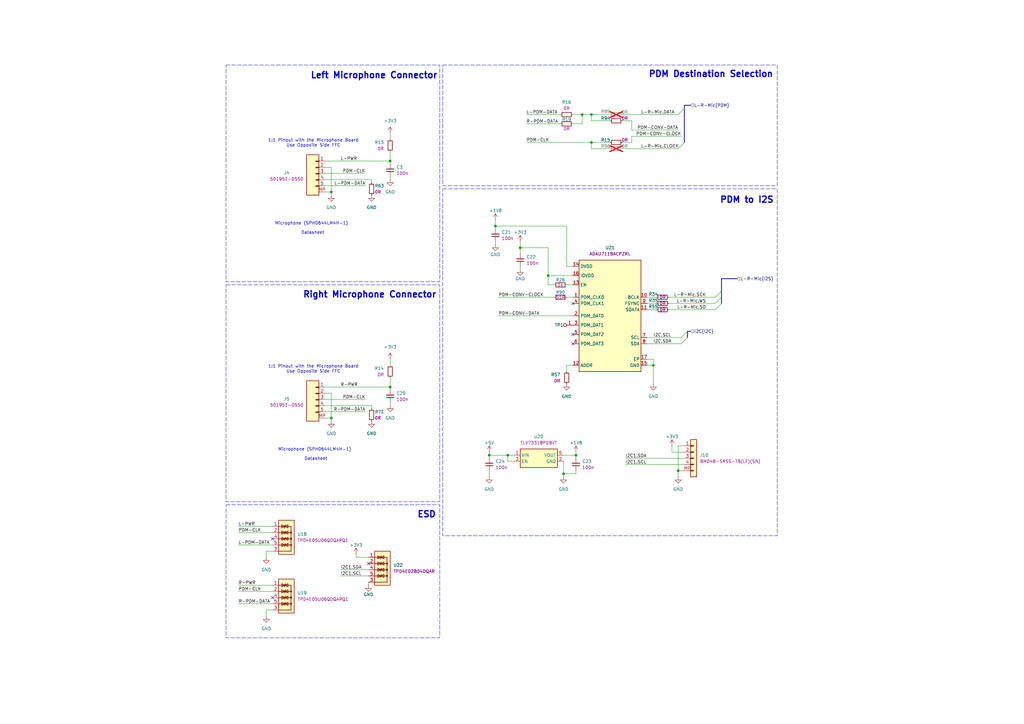
<source format=kicad_sch>
(kicad_sch (version 20231120) (generator "eeschema") (generator_version "8.0")
  (paper "A3")
  (title_block (title "Audio controller board") (date "2025-01-30") (rev "1.3.0"))
  (lib_symbols
    (symbol "antmicroCapacitors0402:C_100n_0402" (pin_numbers hide) (pin_names hide)
      (property "Reference" "C" (at 20.32 -5.08 0))
      (property "Val" "100n" (at 20.32 -7.62 0))
      (symbol "C_100n_0402_1_1"
        (pin passive line (at 0 0 0) (length 2.032) (name "~") (number "1"))
        (pin passive line (at 5.08 0 180) (length 2.032) (name "~") (number "2"))
      )
    )
    (symbol "antmicroCapacitors0402:C_100n_16V_X7R_0402" (pin_numbers hide) (pin_names hide)
      (property "Reference" "C" (at 15.24 -5.08 0))
      (property "Val" "100n" (at 15.24 -7.62 0))
      (symbol "C_100n_16V_X7R_0402_1_1"
        (pin passive line (at 0 0 0) (length 2.032) (name "~") (number "1"))
        (pin passive line (at 5.08 0 180) (length 2.032) (name "~") (number "2"))
      )
    )
    (symbol "antmicroFCCConnectors:Conn_FFC_Molex_5019510550"
      (property "Reference" "J" (at 22.86 -2.54 0))
      (property "MPN" "501951-0550" (at 22.86 -5.08 0))
      (symbol "Conn_FFC_Molex_5019510550_1_1"
        (pin passive line (at 0 0 0) (length 2.54) (name "~") (number "1"))
        (pin passive line (at 0 -2.54 0) (length 2.54) (name "~") (number "2"))
        (pin passive line (at 0 -5.08 0) (length 2.54) (name "~") (number "3"))
        (pin passive line (at 0 -7.62 0) (length 2.54) (name "~") (number "4"))
        (pin passive line (at 0 -10.16 0) (length 2.54) (name "~") (number "5"))
        (pin passive line (at 0 -12.7 0) (length 2.54) (name "~") (number "MP"))
      )
    )
    (symbol "antmicroInterfaceControllers:ADAU7118ACPZRL"
      (property "Reference" "U" (at 45.72 -2.54 0))
      (property "MPN" "ADAU7118ACPZRL" (at 45.72 -5.08 0))
      (symbol "ADAU7118ACPZRL_1_1"
        (pin output line (at 0 -12.7 0) (length 2.54) (name "PDM_CLK0") (number "1"))
        (pin input line (at 30.48 -12.7 180) (length 2.54) (name "BCLK") (number "10"))
        (pin output line (at 30.48 -17.78 180) (length 2.54) (name "SDATA") (number "11"))
        (pin passive line (at 0 -40.64 0) (length 2.54) (name "ADDR") (number "12"))
        (pin passive line (at 0 -7.62 0) (length 2.54) (name "EN") (number "13"))
        (pin power_in line (at 0 0 0) (length 2.54) (name "DVDD") (number "14"))
        (pin power_in line (at 30.48 -40.64 180) (length 2.54) (name "GND") (number "15"))
        (pin power_in line (at 0 -3.81 0) (length 2.54) (name "IOVDD") (number "16"))
        (pin power_in line (at 30.48 -38.1 180) (length 2.54) (name "EP") (number "17"))
        (pin input line (at 0 -20.32 0) (length 2.54) (name "PDM_DAT0") (number "2"))
        (pin input line (at 0 -24.13 0) (length 2.54) (name "PDM_DAT1") (number "3"))
        (pin output line (at 0 -15.24 0) (length 2.54) (name "PDM_CLK1") (number "4"))
        (pin input line (at 0 -27.94 0) (length 2.54) (name "PDM_DAT2") (number "5"))
        (pin input line (at 0 -31.75 0) (length 2.54) (name "PDM_DAT3") (number "6"))
        (pin output line (at 30.48 -29.21 180) (length 2.54) (name "SCL") (number "7"))
        (pin bidirectional line (at 30.48 -31.75 180) (length 2.54) (name "SDA") (number "8"))
        (pin input line (at 30.48 -15.24 180) (length 2.54) (name "FSYNC") (number "9"))
      )
    )
    (symbol "antmicroPMICVoltageRegulatorsLinear:TLV73318PDBVT"
      (property "Reference" "U" (at 34.29 -2.54 0))
      (property "MPN" "TLV73318PDBVT" (at 34.29 -5.08 0))
      (symbol "TLV73318PDBVT_1_1"
        (pin power_in line (at 0 0 0) (length 2.54) (name "VIN") (number "1"))
        (pin power_in line (at 20.32 -2.54 180) (length 2.54) (name "GND") (number "2"))
        (pin input line (at 0 -2.54 0) (length 2.54) (name "EN") (number "3"))
        (pin no_connect line (at 17.78 -3.81 180) (length 2.54) hide (name "NC") (number "4"))
        (pin power_out line (at 20.32 0 180) (length 2.54) (name "VOUT") (number "5"))
      )
    )
    (symbol "antmicroResistors0402:R_0R_0402" (pin_numbers hide) (pin_names hide)
      (property "Reference" "R" (at 20.32 -5.08 0))
      (property "Val" "0R" (at 20.32 -7.62 0))
      (symbol "R_0R_0402_1_1"
        (pin passive line (at 0 0 0) (length 0.635) (name "~") (number "1"))
        (pin passive line (at 5.08 0 180) (length 0.635) (name "~") (number "2"))
      )
    )
    (symbol "antmicroResistors0402:R_1k_0402" (pin_numbers hide) (pin_names hide)
      (property "Reference" "R" (at 20.32 -5.08 0))
      (property "Val" "1k" (at 20.32 -7.62 0))
      (symbol "R_1k_0402_1_1"
        (pin passive line (at 0 0 0) (length 0.635) (name "~") (number "1"))
        (pin passive line (at 5.08 0 180) (length 0.635) (name "~") (number "2"))
      )
    )
    (symbol "antmicroResistors0402:R_51R_0402" (pin_numbers hide) (pin_names hide)
      (property "Reference" "R" (at 20.32 -5.08 0))
      (property "Val" "51R" (at 20.32 -7.62 0))
      (symbol "R_51R_0402_1_1"
        (pin passive line (at 0 0 0) (length 0.635) (name "~") (number "1"))
        (pin passive line (at 5.08 0 180) (length 0.635) (name "~") (number "2"))
      )
    )
    (symbol "antmicroTVSDiodes:TPD4E02B04DQA"
      (property "Reference" "U" (at 12.7 0 0))
      (property "MPN" "TPD4E02B04DQAR" (at 12.7 -2.54 0))
      (symbol "TPD4E02B04DQA_1_1"
        (pin passive line (at 0 0 0) (length 2.54) (name "~") (number "1"))
        (pin passive line (at 0 0 0) (length 2.54) hide (name "~") (number "10"))
        (pin passive line (at 0 -2.54 0) (length 2.54) (name "~") (number "2"))
        (pin power_in line (at 0 -10.16 0) (length 2.54) (name "~") (number "3"))
        (pin passive line (at 0 -5.08 0) (length 2.54) (name "~") (number "4"))
        (pin passive line (at 0 -7.62 0) (length 2.54) (name "~") (number "5"))
        (pin passive line (at 0 -7.62 0) (length 2.54) hide (name "~") (number "6"))
        (pin passive line (at 0 -5.08 0) (length 2.54) hide (name "~") (number "7"))
        (pin passive line (at 0 -10.16 0) (length 2.54) hide (name "~") (number "8"))
        (pin passive line (at 0 -2.54 0) (length 2.54) hide (name "~") (number "9"))
      )
    )
    (symbol "antmicroTVSDiodes:TPD4E05U06QDQARQ1"
      (property "Reference" "U" (at 24.13 0 0))
      (property "MPN" "TPD4E05U06QDQARQ1" (at 24.13 -2.54 0))
      (symbol "TPD4E05U06QDQARQ1_1_1"
        (pin passive line (at 0 0 0) (length 2.54) (name "~") (number "1"))
        (pin passive line (at 0 0 0) (length 2.54) hide (name "~") (number "10"))
        (pin passive line (at 0 -2.54 0) (length 2.54) (name "~") (number "2"))
        (pin power_in line (at 0 -10.16 0) (length 2.54) (name "~") (number "3"))
        (pin passive line (at 0 -5.08 0) (length 2.54) (name "~") (number "4"))
        (pin passive line (at 0 -7.62 0) (length 2.54) (name "~") (number "5"))
        (pin passive line (at 0 -7.62 0) (length 2.54) hide (name "~") (number "6"))
        (pin passive line (at 0 -5.08 0) (length 2.54) hide (name "~") (number "7"))
        (pin passive line (at 0 -10.16 0) (length 2.54) hide (name "~") (number "8"))
        (pin passive line (at 0 -2.54 0) (length 2.54) hide (name "~") (number "9"))
      )
    )
    (symbol "antmicroTestPoints:TP_0.75mm_SMD" (pin_names hide) (in_bom no)
      (property "Reference" "TP" (at 10.16 -1.27 0))
      (symbol "TP_0.75mm_SMD_1_1"
        (pin passive line (at 0 0 0) (length 2.54) (name "1") (number "1"))
      )
    )
    (symbol "antmicroWire2BoardConnectors:JST_SH_1x4_BM04B-SRSS-TB-LF-SN"
      (property "Reference" "J" (at 20.32 -5.08 0))
      (property "MPN" "BM04B-SRSS-TB(LF)(SN) " (at 20.32 -15.24 0))
      (symbol "JST_SH_1x4_BM04B-SRSS-TB-LF-SN_1_1"
        (pin passive line (at 0 0 0) (length 2.54) (name "~") (number "1"))
        (pin passive line (at 0 -2.54 0) (length 2.54) (name "~") (number "2"))
        (pin passive line (at 0 -5.08 0) (length 2.54) (name "~") (number "3"))
        (pin passive line (at 0 -7.62 0) (length 2.54) (name "~") (number "4"))
        (pin passive line (at 0 -10.16 0) (length 2.54) (name "~") (number "MP"))
      )
    )
    (symbol "antmicropower:+1V8" (power) (pin_numbers hide) (pin_names hide)
      (property "Value" "+1V8" (at -3.175 2.54 0))
      (symbol "+1V8_1_1"
        (pin power_in line (at 0 0 90) (length 0) hide (name "+1V8") (number "1"))
      )
    )
    (symbol "antmicropower:+3V3" (power) (pin_numbers hide) (pin_names hide)
      (property "Value" "+3V3" (at -3.175 2.54 0))
      (symbol "+3V3_1_1"
        (pin power_in line (at 0 0 90) (length 0) hide (name "+3V3") (number "1"))
      )
    )
    (symbol "antmicropower:+5V" (power) (pin_numbers hide) (pin_names hide)
      (property "Value" "+5V" (at 15.24 -5.08 0))
      (symbol "+5V_1_1"
        (pin power_in line (at 0 0 90) (length 0) (name "+5V") (number "1"))
      )
    )
    (symbol "antmicropower:GND" (power) (pin_numbers hide) (pin_names hide)
      (property "Value" "GND" (at 8.89 -5.08 0))
      (symbol "GND_1_1"
        (pin power_in line (at 0 0 270) (length 0) (name "GND") (number "1"))
      )
    )
  )
  (junction (at 242.57 58.42))
  (junction (at 160.02 158.75))
  (junction (at 213.36 101.6))
  (junction (at 231.14 194.31))
  (junction (at 208.28 186.69))
  (junction (at 236.22 186.69))
  (junction (at 224.79 113.03))
  (junction (at 267.97 149.86))
  (junction (at 200.66 186.69))
  (junction (at 135.89 78.74))
  (junction (at 242.57 46.99))
  (junction (at 203.2 92.71))
  (junction (at 278.13 193.04))
  (junction (at 135.89 171.45))
  (junction (at 238.76 46.99))
  (junction (at 160.02 66.04))
  (no_connect (at 111.76 220.98))
  (no_connect (at 234.95 140.97))
  (no_connect (at 151.13 231.14))
  (no_connect (at 234.95 137.16))
  (no_connect (at 111.76 245.11))
  (no_connect (at 234.95 124.46))
  (bus_entry (at 280.67 44.45) (size -2.54 2.54))
  (bus_entry (at 281.94 138.43) (size -2.54 2.54))
  (bus_entry (at 280.67 58.42) (size -2.54 2.54))
  (bus_entry (at 295.91 121.92) (size -2.54 2.54))
  (bus_entry (at 295.91 124.46) (size -2.54 2.54))
  (bus_entry (at 281.94 135.89) (size -2.54 2.54))
  (bus_entry (at 295.91 119.38) (size -2.54 2.54))
  (wire (pts (xy 236.22 193.04) (xy 236.22 194.31)))
  (wire (pts (xy 213.36 110.49) (xy 213.36 109.22)))
  (wire (pts (xy 133.35 163.83) (xy 149.86 163.83)))
  (wire (pts (xy 255.27 60.96) (xy 278.13 60.96)))
  (bus (pts (xy 283.21 135.89) (xy 281.94 135.89)))
  (wire (pts (xy 200.66 186.69) (xy 200.66 187.96)))
  (wire (pts (xy 133.35 158.75) (xy 160.02 158.75)))
  (wire (pts (xy 160.02 62.23) (xy 160.02 66.04)))
  (wire (pts (xy 232.41 149.86) (xy 232.41 152.4)))
  (bus (pts (xy 295.91 121.92) (xy 295.91 124.46)))
  (wire (pts (xy 97.79 242.57) (xy 111.76 242.57)))
  (wire (pts (xy 200.66 186.69) (xy 208.28 186.69)))
  (wire (pts (xy 242.57 46.99) (xy 250.19 46.99)))
  (wire (pts (xy 274.32 121.92) (xy 293.37 121.92)))
  (wire (pts (xy 203.2 92.71) (xy 203.2 93.98)))
  (wire (pts (xy 160.02 67.31) (xy 160.02 66.04)))
  (wire (pts (xy 109.22 226.06) (xy 109.22 228.6)))
  (wire (pts (xy 242.57 60.96) (xy 242.57 58.42)))
  (wire (pts (xy 109.22 250.19) (xy 111.76 250.19)))
  (wire (pts (xy 203.2 99.06) (xy 203.2 100.33)))
  (wire (pts (xy 265.43 138.43) (xy 279.4 138.43)))
  (wire (pts (xy 213.36 101.6) (xy 213.36 104.14)))
  (wire (pts (xy 160.02 147.32) (xy 160.02 149.86)))
  (wire (pts (xy 250.19 60.96) (xy 242.57 60.96)))
  (wire (pts (xy 278.13 182.88) (xy 278.13 193.04)))
  (wire (pts (xy 135.89 78.74) (xy 135.89 80.01)))
  (wire (pts (xy 146.05 227.33) (xy 146.05 228.6)))
  (wire (pts (xy 232.41 92.71) (xy 232.41 109.22)))
  (wire (pts (xy 109.22 226.06) (xy 111.76 226.06)))
  (wire (pts (xy 215.9 50.8) (xy 229.87 50.8)))
  (wire (pts (xy 160.02 154.94) (xy 160.02 158.75)))
  (wire (pts (xy 204.47 121.92) (xy 227.33 121.92)))
  (wire (pts (xy 227.33 116.84) (xy 224.79 116.84)))
  (wire (pts (xy 265.43 121.92) (xy 269.24 121.92)))
  (wire (pts (xy 259.08 49.53) (xy 259.08 53.34)))
  (wire (pts (xy 265.43 127) (xy 269.24 127)))
  (bus (pts (xy 295.91 119.38) (xy 295.91 121.92)))
  (wire (pts (xy 224.79 113.03) (xy 234.95 113.03)))
  (wire (pts (xy 238.76 50.8) (xy 238.76 46.99)))
  (wire (pts (xy 203.2 92.71) (xy 232.41 92.71)))
  (wire (pts (xy 213.36 101.6) (xy 224.79 101.6)))
  (wire (pts (xy 256.54 190.5) (xy 280.67 190.5)))
  (wire (pts (xy 280.67 185.42) (xy 275.59 185.42)))
  (wire (pts (xy 234.95 50.8) (xy 238.76 50.8)))
  (wire (pts (xy 109.22 250.19) (xy 109.22 252.73)))
  (wire (pts (xy 160.02 160.02) (xy 160.02 158.75)))
  (wire (pts (xy 135.89 171.45) (xy 135.89 172.72)))
  (wire (pts (xy 267.97 147.32) (xy 267.97 149.86)))
  (wire (pts (xy 151.13 240.03) (xy 151.13 238.76)))
  (wire (pts (xy 139.7 233.68) (xy 151.13 233.68)))
  (wire (pts (xy 146.05 228.6) (xy 151.13 228.6)))
  (wire (pts (xy 236.22 185.42) (xy 236.22 186.69)))
  (wire (pts (xy 259.08 58.42) (xy 259.08 55.88)))
  (wire (pts (xy 250.19 49.53) (xy 242.57 49.53)))
  (wire (pts (xy 259.08 49.53) (xy 255.27 49.53)))
  (wire (pts (xy 203.2 90.17) (xy 203.2 92.71)))
  (wire (pts (xy 265.43 147.32) (xy 267.97 147.32)))
  (wire (pts (xy 259.08 58.42) (xy 255.27 58.42)))
  (wire (pts (xy 231.14 186.69) (xy 236.22 186.69)))
  (wire (pts (xy 232.41 109.22) (xy 234.95 109.22)))
  (wire (pts (xy 135.89 78.74) (xy 133.35 78.74)))
  (wire (pts (xy 97.79 215.9) (xy 111.76 215.9)))
  (wire (pts (xy 232.41 121.92) (xy 234.95 121.92)))
  (wire (pts (xy 278.13 193.04) (xy 278.13 195.58)))
  (wire (pts (xy 231.14 195.58) (xy 231.14 194.31)))
  (wire (pts (xy 274.32 124.46) (xy 293.37 124.46)))
  (wire (pts (xy 139.7 236.22) (xy 151.13 236.22)))
  (wire (pts (xy 97.79 240.03) (xy 111.76 240.03)))
  (bus (pts (xy 280.67 43.18) (xy 280.67 44.45)))
  (wire (pts (xy 265.43 124.46) (xy 269.24 124.46)))
  (wire (pts (xy 238.76 46.99) (xy 242.57 46.99)))
  (wire (pts (xy 160.02 165.1) (xy 160.02 166.37)))
  (wire (pts (xy 234.95 46.99) (xy 238.76 46.99)))
  (wire (pts (xy 267.97 149.86) (xy 267.97 157.48)))
  (wire (pts (xy 215.9 58.42) (xy 242.57 58.42)))
  (wire (pts (xy 133.35 161.29) (xy 135.89 161.29)))
  (wire (pts (xy 242.57 58.42) (xy 250.19 58.42)))
  (wire (pts (xy 133.35 168.91) (xy 149.86 168.91)))
  (wire (pts (xy 133.35 71.12) (xy 149.86 71.12)))
  (bus (pts (xy 281.94 135.89) (xy 281.94 138.43)))
  (bus (pts (xy 283.21 43.18) (xy 280.67 43.18)))
  (wire (pts (xy 200.66 193.04) (xy 200.66 195.58)))
  (wire (pts (xy 135.89 171.45) (xy 133.35 171.45)))
  (wire (pts (xy 231.14 189.23) (xy 231.14 194.31)))
  (wire (pts (xy 265.43 149.86) (xy 267.97 149.86)))
  (bus (pts (xy 295.91 114.3) (xy 295.91 119.38)))
  (wire (pts (xy 210.82 189.23) (xy 208.28 189.23)))
  (wire (pts (xy 133.35 166.37) (xy 152.4 166.37)))
  (wire (pts (xy 280.67 193.04) (xy 278.13 193.04)))
  (wire (pts (xy 224.79 113.03) (xy 224.79 101.6)))
  (wire (pts (xy 255.27 46.99) (xy 278.13 46.99)))
  (wire (pts (xy 135.89 161.29) (xy 135.89 171.45)))
  (wire (pts (xy 152.4 73.66) (xy 152.4 74.93)))
  (wire (pts (xy 242.57 49.53) (xy 242.57 46.99)))
  (wire (pts (xy 213.36 99.06) (xy 213.36 101.6)))
  (wire (pts (xy 234.95 149.86) (xy 232.41 149.86)))
  (bus (pts (xy 280.67 44.45) (xy 280.67 58.42)))
  (wire (pts (xy 152.4 167.64) (xy 152.4 166.37)))
  (wire (pts (xy 224.79 113.03) (xy 224.79 116.84)))
  (wire (pts (xy 236.22 186.69) (xy 236.22 187.96)))
  (wire (pts (xy 133.35 76.2) (xy 149.86 76.2)))
  (wire (pts (xy 97.79 218.44) (xy 111.76 218.44)))
  (wire (pts (xy 208.28 186.69) (xy 208.28 189.23)))
  (wire (pts (xy 274.32 127) (xy 293.37 127)))
  (wire (pts (xy 231.14 194.31) (xy 236.22 194.31)))
  (wire (pts (xy 133.35 66.04) (xy 160.02 66.04)))
  (wire (pts (xy 97.79 223.52) (xy 111.76 223.52)))
  (wire (pts (xy 135.89 68.58) (xy 135.89 78.74)))
  (wire (pts (xy 265.43 140.97) (xy 279.4 140.97)))
  (wire (pts (xy 133.35 68.58) (xy 135.89 68.58)))
  (wire (pts (xy 275.59 182.88) (xy 275.59 185.42)))
  (wire (pts (xy 160.02 72.39) (xy 160.02 73.66)))
  (wire (pts (xy 97.79 247.65) (xy 111.76 247.65)))
  (wire (pts (xy 215.9 46.99) (xy 229.87 46.99)))
  (wire (pts (xy 232.41 116.84) (xy 234.95 116.84)))
  (bus (pts (xy 302.26 114.3) (xy 295.91 114.3)))
  (wire (pts (xy 204.47 129.54) (xy 234.95 129.54)))
  (wire (pts (xy 256.54 187.96) (xy 280.67 187.96)))
  (wire (pts (xy 259.08 53.34) (xy 278.13 53.34)))
  (wire (pts (xy 259.08 55.88) (xy 279.4 55.88)))
  (wire (pts (xy 208.28 186.69) (xy 210.82 186.69)))
  (wire (pts (xy 133.35 73.66) (xy 152.4 73.66)))
  (wire (pts (xy 160.02 54.61) (xy 160.02 57.15)))
  (wire (pts (xy 200.66 185.42) (xy 200.66 186.69)))
  (wire (pts (xy 280.67 182.88) (xy 278.13 182.88)))
  (rectangle (start 181.61 77.47) (end 318.77 219.71) (stroke (width 0) (type dash)))
  (rectangle (start 92.71 26.67) (end 180.34 115.57) (stroke (width 0) (type dash)))
  (rectangle (start 92.71 207.01) (end 180.34 261.62) (stroke (width 0) (type dash)))
  (rectangle (start 181.61 26.67) (end 318.77 76.2) (stroke (width 0) (type dash)))
  (rectangle (start 92.71 116.84) (end 180.34 205.74) (stroke (width 0) (type dash)))
  (text "Left Microphone Connector" (at 153.416 30.988 0) (effects (font (size 2.54 2.54) (thickness 0.508) (bold yes))))
  (text "1:1 Pinout with the Microphone Board\nUse Opposite Side FFC" (at 128.524 58.674 0) (effects (font (size 1.27 1.27))))
  (text "Right Microphone Connector" (at 151.638 120.904 0) (effects (font (size 2.54 2.54) (thickness 0.508) (bold yes))))
  (text "PDM to I2S" (at 306.324 82.042 0) (effects (font (size 2.54 2.54) (thickness 0.508) (bold yes))))
  (text "ESD" (at 175.006 211.074 0) (effects (font (size 2.54 2.54) (thickness 0.508) (bold yes))))
  (text "Datasheet" (at 128.27 95.504 0) (effects (font (size 1.27 1.27))))
  (text "Datasheet" (at 129.54 188.214 0) (effects (font (size 1.27 1.27))))
  (text "Microphone (SPH0644LM4H-1) \n" (at 129.54 184.404 0) (effects (font (size 1.27 1.27))))
  (text "1:1 Pinout with the Microphone Board\nUse Opposite Side FFC" (at 128.524 151.384 0) (effects (font (size 1.27 1.27))))
  (text "PDM Destination Selection" (at 291.592 30.48 0) (effects (font (size 2.54 2.54) (thickness 0.508) (bold yes))))
  (text "Microphone (SPH0644LM4H-1) \n" (at 128.27 91.694 0) (effects (font (size 1.27 1.27))))
  (label "L-PDM-DATA" (at 97.79 223.52 0))
  (label "PDM-CONV-DATA" (at 204.47 129.54 0))
  (label "PDM-CLK" (at 149.86 163.83 180))
  (label "I2C.SDA" (at 267.97 140.97 0))
  (label "L-PDM-DATA" (at 215.9 46.99 0))
  (label "I2C1.SDA" (at 139.7 233.68 0))
  (label "R-PWR" (at 97.79 240.03 0))
  (label "R-PDM-DATA" (at 215.9 50.8 0))
  (label "L-R-Mic.CLOCK" (at 262.89 60.96 0))
  (label "L-R-Mic.SCK" (at 289.56 121.92 180))
  (label "PDM-CLK" (at 97.79 218.44 0))
  (label "I2C.SCL" (at 267.97 138.43 0))
  (label "R-PWR" (at 139.7 158.75 0))
  (label "L-PWR" (at 97.79 215.9 0))
  (label "L-PWR" (at 139.7 66.04 0))
  (label "PDM-CLK" (at 215.9 58.42 0))
  (label "PDM-CLK" (at 149.86 71.12 180))
  (label "I2C1.SDA" (at 256.54 187.96 0))
  (label "PDM-CONV-CLOCK" (at 279.4 55.88 180))
  (label "PDM-CLK" (at 97.79 242.57 0))
  (label "I2C1.SCL" (at 139.7 236.22 0))
  (label "PDM-CONV-CLOCK" (at 204.47 121.92 0))
  (label "I2C1.SCL" (at 256.54 190.5 0))
  (label "L-R-Mic.SD" (at 289.56 127 180))
  (label "R-PDM-DATA" (at 97.79 247.65 0))
  (label "R-PDM-DATA" (at 149.86 168.91 180))
  (label "L-R-Mic.DATA" (at 262.89 46.99 0))
  (label "L-R-Mic.WS" (at 289.56 124.46 180))
  (label "L-PDM-DATA" (at 149.86 76.2 180))
  (label "PDM-CONV-DATA" (at 278.13 53.34 180))
  (hierarchical_label "L-R-Mic{I2S}" (shape input) (at 302.26 114.3 0))
  (hierarchical_label "L-R-Mic{PDM}" (shape input) (at 283.21 43.18 0))
  (hierarchical_label "I2C{I2C}" (shape input) (at 283.21 135.89 0))
  (symbol (lib_id "antmicroResistors0402:R_0R_0402") (at 255.27 60.96 0) (mirror y) (unit 1) (dnp yes)
    (property "Reference" "R96" (at 248.412 59.944 0))
    (property "Value" "R_0R_0402" (effects (hide yes)))
    (property "Footprint" "antmicro-footprints:R_0402_1005Metric" (effects (hide yes)))
    (property "Datasheet" "https://industrial.panasonic.com/cdbs/www-data/pdf/RDA0000/AOA0000C301.pdf" (effects (hide yes)))
    (property "Description" "SMD Chip Resistor, Jumper, 0 ohm, 100 mW, 0402 [1005 Metric], Thick Film, General Purpose" (effects (hide yes)))
    (property "MPN" "ERJ2GE0R00X" (effects (hide yes)))
    (property "Manufacturer" "Panasonic" (effects (hide yes)))
    (property "License" "Apache-2.0" (effects (hide yes)))
    (property "Author" "Antmicro" (effects (hide yes)))
    (property "Val" "0R" (at 256.286 59.944 0))
    (property "Current" "1A" (effects (hide yes)))
  )
  (symbol (lib_id "antmicroResistors0402:R_51R_0402") (at 227.33 121.92 0) (mirror x) (unit 1)
    (property "Reference" "R90" (at 229.87 119.888 0))
    (property "Value" "R_51R_0402" (effects (hide yes)))
    (property "Footprint" "antmicro-footprints:R_0402_1005Metric" (effects (hide yes)))
    (property "Datasheet" "https://www.bourns.com/docs/product-datasheets/cr.pdf" (effects (hide yes)))
    (property "Description" "SMD Chip Resistor, 51 ohm, ± 1%, 63 mW, 0402 [1005 Metric], Thick Film, General Purpose" (effects (hide yes)))
    (property "MPN" "CR0402-FX-51R0GLF" (effects (hide yes)))
    (property "Manufacturer" "Bourns" (effects (hide yes)))
    (property "License" "Apache-2.0" (effects (hide yes)))
    (property "Author" "Antmicro" (effects (hide yes)))
    (property "Val" "51R" (at 229.87 121.92 0))
    (property "Tolerance" "1%" (effects (hide yes)))
  )
  (symbol (lib_id "antmicropower:+1V8") (at 236.22 185.42 0) (unit 1)
    (property "Reference" "#PWR0136" (effects (hide yes)))
    (property "Value" "+1V8" (at 236.22 181.61 0))
    (property "Author" "Antmicro" (effects (hide yes)))
    (property "License" "Apache-2.0" (effects (hide yes)))
  )
  (symbol (lib_id "antmicroResistors0402:R_1k_0402") (at 232.41 116.84 180) (unit 1)
    (property "Reference" "R26" (at 229.87 114.808 0))
    (property "Value" "R_1k_0402" (effects (hide yes)))
    (property "Footprint" "antmicro-footprints:R_0402_1005Metric" (effects (hide yes)))
    (property "Datasheet" "https://www.bourns.com/docs/product-datasheets/cr.pdf" (effects (hide yes)))
    (property "Description" "SMD Chip Resistor, 1 kohm, ± 1%, 63 mW, 0402 [1005 Metric], Thick Film, General Purpose" (effects (hide yes)))
    (property "MPN" "CR0402-FX-1001GLF" (effects (hide yes)))
    (property "Manufacturer" "Bourns" (effects (hide yes)))
    (property "License" "Apache-2.0" (effects (hide yes)))
    (property "Author" "Antmicro" (effects (hide yes)))
    (property "Val" "1k" (at 229.87 116.84 0))
    (property "Tolerance" "1%" (effects (hide yes)))
  )
  (symbol (lib_id "antmicropower:GND") (at 135.89 80.01 0) (mirror y) (unit 1)
    (property "Reference" "#PWR066" (effects (hide yes)))
    (property "Value" "GND" (at 135.89 85.09 0))
    (property "Author" "Antmicro" (effects (hide yes)))
    (property "License" "Apache-2.0" (effects (hide yes)))
  )
  (symbol (lib_id "antmicroResistors0402:R_0R_0402") (at 160.02 62.23 270) (mirror x) (unit 1)
    (property "Reference" "R13" (at 157.48 58.42 90) (effects (justify right)))
    (property "Value" "R_0R_0402" (effects (hide yes)))
    (property "Footprint" "antmicro-footprints:R_0402_1005Metric" (effects (hide yes)))
    (property "Datasheet" "https://industrial.panasonic.com/cdbs/www-data/pdf/RDA0000/AOA0000C301.pdf" (effects (hide yes)))
    (property "Description" "SMD Chip Resistor, Jumper, 0 ohm, 100 mW, 0402 [1005 Metric], Thick Film, General Purpose" (effects (hide yes)))
    (property "MPN" "ERJ2GE0R00X" (effects (hide yes)))
    (property "Manufacturer" "Panasonic" (effects (hide yes)))
    (property "License" "Apache-2.0" (effects (hide yes)))
    (property "Author" "Antmicro" (effects (hide yes)))
    (property "Val" "0R" (at 157.48 60.96 90) (effects (justify right)))
    (property "Current" "1A" (effects (hide yes)))
  )
  (symbol (lib_id "antmicropower:+3V3") (at 160.02 54.61 0) (unit 1)
    (property "Reference" "#PWR069" (effects (hide yes)))
    (property "Value" "+3V3" (at 160.02 49.53 0))
    (property "Author" "Antmicro" (effects (hide yes)))
    (property "License" "Apache-2.0" (effects (hide yes)))
  )
  (symbol (lib_id "antmicroCapacitors0402:C_100n_16V_X7R_0402") (at 236.22 193.04 90) (unit 1)
    (property "Reference" "C23" (at 238.76 189.2236 90) (effects (justify right)))
    (property "Value" "C_100n_16V_X7R_0402" (effects (hide yes)))
    (property "Footprint" "antmicro-footprints:C_0402_1005Metric" (effects (hide yes)))
    (property "Datasheet" "https://www.kemet.com/en/us/capacitors/product/C0402C104J4RAC7411.html" (effects (hide yes)))
    (property "Description" "SMD Multilayer Ceramic Capacitor, 100nF, 50V, 0402, ±5%, X7R" (effects (hide yes)))
    (property "MPN" "C0402C104J4RAC7411" (effects (hide yes)))
    (property "Val" "100n" (at 238.76 191.7636 90) (effects (justify right)))
    (property "Voltage" "16V" (effects (hide yes)))
    (property "Dielectric" "X7R" (effects (hide yes)))
    (property "Manufacturer" "KEMET" (effects (hide yes)))
    (property "License" "Apache-2.0" (effects (hide yes)))
    (property "Author" "Antmicro" (effects (hide yes)))
  )
  (symbol (lib_id "antmicropower:+5V") (at 200.66 185.42 0) (unit 1)
    (property "Reference" "#PWR0137" (effects (hide yes)))
    (property "Value" "+5V" (at 200.66 181.61 0))
    (property "Author" "Antmicro" (effects (hide yes)))
    (property "License" "Apache-2.0" (effects (hide yes)))
  )
  (symbol (lib_id "antmicroCapacitors0402:C_100n_0402") (at 160.02 165.1 90) (unit 1)
    (property "Reference" "C20" (at 162.56 161.2836 90) (effects (justify right)))
    (property "Value" "C_100n_0402" (effects (hide yes)))
    (property "Footprint" "antmicro-footprints:C_0402_1005Metric" (effects (hide yes)))
    (property "Datasheet" "https://www.murata.com/products/productdetail?partno=GRM155R61H104KE14%23" (effects (hide yes)))
    (property "Description" "SMD Multilayer Ceramic Capacitor, 0.1 µF, 50 V, 0402 [1005 Metric], ± 10%, X5R, GRM Series" (effects (hide yes)))
    (property "MPN" "GRM155R61H104KE14D" (effects (hide yes)))
    (property "Manufacturer" "Murata" (effects (hide yes)))
    (property "License" "Apache-2.0" (effects (hide yes)))
    (property "Author" "Antmicro" (effects (hide yes)))
    (property "Val" "100n" (at 162.56 163.8236 90) (effects (justify right)))
    (property "Voltage" "50V" (effects (hide yes)))
    (property "Dielectric" "X5R" (effects (hide yes)))
  )
  (symbol (lib_id "antmicroResistors0402:R_0R_0402") (at 232.41 157.48 270) (mirror x) (unit 1)
    (property "Reference" "R57" (at 229.87 153.67 90) (effects (justify right)))
    (property "Value" "R_0R_0402" (effects (hide yes)))
    (property "Footprint" "antmicro-footprints:R_0402_1005Metric" (effects (hide yes)))
    (property "Datasheet" "https://industrial.panasonic.com/cdbs/www-data/pdf/RDA0000/AOA0000C301.pdf" (effects (hide yes)))
    (property "Description" "SMD Chip Resistor, Jumper, 0 ohm, 100 mW, 0402 [1005 Metric], Thick Film, General Purpose" (effects (hide yes)))
    (property "MPN" "ERJ2GE0R00X" (effects (hide yes)))
    (property "Manufacturer" "Panasonic" (effects (hide yes)))
    (property "License" "Apache-2.0" (effects (hide yes)))
    (property "Author" "Antmicro" (effects (hide yes)))
    (property "Val" "0R" (at 229.87 156.21 90) (effects (justify right)))
    (property "Current" "1A" (effects (hide yes)))
  )
  (symbol (lib_id "antmicropower:+3V3") (at 160.02 147.32 0) (unit 1)
    (property "Reference" "#PWR071" (effects (hide yes)))
    (property "Value" "+3V3" (at 160.02 142.24 0))
    (property "Author" "Antmicro" (effects (hide yes)))
    (property "License" "Apache-2.0" (effects (hide yes)))
  )
  (symbol (lib_id "antmicroResistors0402:R_0R_0402") (at 152.4 172.72 90) (unit 1)
    (property "Reference" "R71" (at 153.67 168.91 90) (effects (justify right)))
    (property "Value" "R_0R_0402" (effects (hide yes)))
    (property "Footprint" "antmicro-footprints:R_0402_1005Metric" (effects (hide yes)))
    (property "Datasheet" "https://industrial.panasonic.com/cdbs/www-data/pdf/RDA0000/AOA0000C301.pdf" (effects (hide yes)))
    (property "Description" "SMD Chip Resistor, Jumper, 0 ohm, 100 mW, 0402 [1005 Metric], Thick Film, General Purpose" (effects (hide yes)))
    (property "MPN" "ERJ2GE0R00X" (effects (hide yes)))
    (property "Manufacturer" "Panasonic" (effects (hide yes)))
    (property "License" "Apache-2.0" (effects (hide yes)))
    (property "Author" "Antmicro" (effects (hide yes)))
    (property "Val" "0R" (at 153.67 171.45 90) (effects (justify right)))
    (property "Current" "1A" (effects (hide yes)))
  )
  (symbol (lib_id "antmicroResistors0402:R_0R_0402") (at 229.87 50.8 0) (mirror x) (unit 1)
    (property "Reference" "R19" (at 232.41 49.022 0))
    (property "Value" "R_0R_0402" (effects (hide yes)))
    (property "Footprint" "antmicro-footprints:R_0402_1005Metric" (effects (hide yes)))
    (property "Datasheet" "https://industrial.panasonic.com/cdbs/www-data/pdf/RDA0000/AOA0000C301.pdf" (effects (hide yes)))
    (property "Description" "SMD Chip Resistor, Jumper, 0 ohm, 100 mW, 0402 [1005 Metric], Thick Film, General Purpose" (effects (hide yes)))
    (property "MPN" "ERJ2GE0R00X" (effects (hide yes)))
    (property "Manufacturer" "Panasonic" (effects (hide yes)))
    (property "License" "Apache-2.0" (effects (hide yes)))
    (property "Author" "Antmicro" (effects (hide yes)))
    (property "Val" "0R" (at 232.41 52.832 0))
    (property "Current" "1A" (effects (hide yes)))
  )
  (symbol (lib_id "antmicropower:+3V3") (at 213.36 99.06 0) (unit 1)
    (property "Reference" "#PWR0106" (effects (hide yes)))
    (property "Value" "+3V3" (at 213.36 95.25 0))
    (property "Author" "Antmicro" (effects (hide yes)))
    (property "License" "Apache-2.0" (effects (hide yes)))
  )
  (symbol (lib_id "antmicroResistors0402:R_0R_0402") (at 255.27 58.42 0) (mirror y) (unit 1)
    (property "Reference" "R15" (at 248.412 57.404 0))
    (property "Value" "R_0R_0402" (effects (hide yes)))
    (property "Footprint" "antmicro-footprints:R_0402_1005Metric" (effects (hide yes)))
    (property "Datasheet" "https://industrial.panasonic.com/cdbs/www-data/pdf/RDA0000/AOA0000C301.pdf" (effects (hide yes)))
    (property "Description" "SMD Chip Resistor, Jumper, 0 ohm, 100 mW, 0402 [1005 Metric], Thick Film, General Purpose" (effects (hide yes)))
    (property "MPN" "ERJ2GE0R00X" (effects (hide yes)))
    (property "Manufacturer" "Panasonic" (effects (hide yes)))
    (property "License" "Apache-2.0" (effects (hide yes)))
    (property "Author" "Antmicro" (effects (hide yes)))
    (property "Val" "0R" (at 256.286 57.404 0))
    (property "Current" "1A" (effects (hide yes)))
  )
  (symbol (lib_id "antmicropower:GND") (at 152.4 80.01 0) (mirror y) (unit 1)
    (property "Reference" "#PWR0120" (effects (hide yes)))
    (property "Value" "GND" (at 152.4 85.09 0))
    (property "Author" "Antmicro" (effects (hide yes)))
    (property "License" "Apache-2.0" (effects (hide yes)))
  )
  (symbol (lib_id "antmicropower:GND") (at 109.22 228.6 0) (mirror y) (unit 1)
    (property "Reference" "#PWR074" (effects (hide yes)))
    (property "Value" "GND" (at 109.22 233.68 0))
    (property "Author" "Antmicro" (effects (hide yes)))
    (property "License" "Apache-2.0" (effects (hide yes)))
  )
  (symbol (lib_id "antmicropower:GND") (at 160.02 73.66 0) (mirror y) (unit 1)
    (property "Reference" "#PWR070" (effects (hide yes)))
    (property "Value" "GND" (at 160.02 78.74 0))
    (property "Author" "Antmicro" (effects (hide yes)))
    (property "License" "Apache-2.0" (effects (hide yes)))
  )
  (symbol (lib_id "antmicropower:GND") (at 231.14 195.58 0) (mirror y) (unit 1)
    (property "Reference" "#PWR0122" (effects (hide yes)))
    (property "Value" "GND" (at 231.14 200.66 0))
    (property "Author" "Antmicro" (effects (hide yes)))
    (property "License" "Apache-2.0" (effects (hide yes)))
  )
  (symbol (lib_id "antmicroResistors0402:R_0R_0402") (at 229.87 46.99 0) (mirror x) (unit 1)
    (property "Reference" "R16" (at 232.41 41.91 0))
    (property "Value" "R_0R_0402" (effects (hide yes)))
    (property "Footprint" "antmicro-footprints:R_0402_1005Metric" (effects (hide yes)))
    (property "Datasheet" "https://industrial.panasonic.com/cdbs/www-data/pdf/RDA0000/AOA0000C301.pdf" (effects (hide yes)))
    (property "Description" "SMD Chip Resistor, Jumper, 0 ohm, 100 mW, 0402 [1005 Metric], Thick Film, General Purpose" (effects (hide yes)))
    (property "MPN" "ERJ2GE0R00X" (effects (hide yes)))
    (property "Manufacturer" "Panasonic" (effects (hide yes)))
    (property "License" "Apache-2.0" (effects (hide yes)))
    (property "Author" "Antmicro" (effects (hide yes)))
    (property "Val" "0R" (at 232.41 44.45 0))
    (property "Current" "1A" (effects (hide yes)))
  )
  (symbol (lib_id "antmicropower:GND") (at 135.89 172.72 0) (mirror y) (unit 1)
    (property "Reference" "#PWR068" (effects (hide yes)))
    (property "Value" "GND" (at 135.89 177.8 0))
    (property "Author" "Antmicro" (effects (hide yes)))
    (property "License" "Apache-2.0" (effects (hide yes)))
  )
  (symbol (lib_id "antmicroTestPoints:TP_0.75mm_SMD") (at 234.95 133.35 0) (mirror y) (unit 1) (in_bom no)
    (property "Reference" "TP1" (at 231.14 133.35 0) (effects (justify left)))
    (property "Value" "TP_0.75mm_SMD" (effects (hide yes)))
    (property "Footprint" "antmicro-footprints:TP_SMD_0.75mm" (effects (hide yes)))
    (property "Description" "SMT test point" (effects (hide yes)))
    (property "Author" "Antmicro" (effects (hide yes)))
    (property "License" "Apache-2.0" (effects (hide yes)))
  )
  (symbol (lib_id "antmicroResistors0402:R_0R_0402") (at 250.19 46.99 0) (mirror x) (unit 1) (dnp yes)
    (property "Reference" "R89" (at 248.412 45.72 0))
    (property "Value" "R_0R_0402" (effects (hide yes)))
    (property "Footprint" "antmicro-footprints:R_0402_1005Metric" (effects (hide yes)))
    (property "Datasheet" "https://industrial.panasonic.com/cdbs/www-data/pdf/RDA0000/AOA0000C301.pdf" (effects (hide yes)))
    (property "Description" "SMD Chip Resistor, Jumper, 0 ohm, 100 mW, 0402 [1005 Metric], Thick Film, General Purpose" (effects (hide yes)))
    (property "MPN" "ERJ2GE0R00X" (effects (hide yes)))
    (property "Manufacturer" "Panasonic" (effects (hide yes)))
    (property "License" "Apache-2.0" (effects (hide yes)))
    (property "Author" "Antmicro" (effects (hide yes)))
    (property "Val" "0R" (at 256.286 45.974 0))
    (property "Current" "1A" (effects (hide yes)))
  )
  (symbol (lib_id "antmicropower:GND") (at 278.13 195.58 0) (mirror y) (unit 1)
    (property "Reference" "#PWR0138" (effects (hide yes)))
    (property "Value" "GND" (at 278.13 200.66 0))
    (property "Author" "Antmicro" (effects (hide yes)))
    (property "License" "Apache-2.0" (effects (hide yes)))
  )
  (symbol (lib_id "antmicroCapacitors0402:C_100n_0402") (at 160.02 72.39 90) (unit 1)
    (property "Reference" "C3" (at 162.56 68.5736 90) (effects (justify right)))
    (property "Value" "C_100n_0402" (effects (hide yes)))
    (property "Footprint" "antmicro-footprints:C_0402_1005Metric" (effects (hide yes)))
    (property "Datasheet" "https://www.murata.com/products/productdetail?partno=GRM155R61H104KE14%23" (effects (hide yes)))
    (property "Description" "SMD Multilayer Ceramic Capacitor, 0.1 µF, 50 V, 0402 [1005 Metric], ± 10%, X5R, GRM Series" (effects (hide yes)))
    (property "MPN" "GRM155R61H104KE14D" (effects (hide yes)))
    (property "Manufacturer" "Murata" (effects (hide yes)))
    (property "License" "Apache-2.0" (effects (hide yes)))
    (property "Author" "Antmicro" (effects (hide yes)))
    (property "Val" "100n" (at 162.56 71.1136 90) (effects (justify right)))
    (property "Voltage" "50V" (effects (hide yes)))
    (property "Dielectric" "X5R" (effects (hide yes)))
  )
  (symbol (lib_id "antmicropower:GND") (at 200.66 195.58 0) (mirror y) (unit 1)
    (property "Reference" "#PWR0130" (effects (hide yes)))
    (property "Value" "GND" (at 200.66 200.66 0))
    (property "Author" "Antmicro" (effects (hide yes)))
    (property "License" "Apache-2.0" (effects (hide yes)))
  )
  (symbol (lib_id "antmicroResistors0402:R_0R_0402") (at 269.24 121.92 0) (mirror x) (unit 1)
    (property "Reference" "R34" (at 267.97 120.65 0))
    (property "Value" "R_0R_0402" (effects (hide yes)))
    (property "Footprint" "antmicro-footprints:R_0402_1005Metric" (effects (hide yes)))
    (property "Datasheet" "https://industrial.panasonic.com/cdbs/www-data/pdf/RDA0000/AOA0000C301.pdf" (effects (hide yes)))
    (property "Description" "SMD Chip Resistor, Jumper, 0 ohm, 100 mW, 0402 [1005 Metric], Thick Film, General Purpose" (effects (hide yes)))
    (property "MPN" "ERJ2GE0R00X" (effects (hide yes)))
    (property "Manufacturer" "Panasonic" (effects (hide yes)))
    (property "License" "Apache-2.0" (effects (hide yes)))
    (property "Author" "Antmicro" (effects (hide yes)))
    (property "Val" "0R" (at 271.78 121.92 0))
    (property "Current" "1A" (effects (hide yes)))
  )
  (symbol (lib_id "antmicroFCCConnectors:Conn_FFC_Molex_5019510550") (at 133.35 66.04 0) (mirror y) (unit 1)
    (property "Reference" "J4" (at 117.602 70.866 0))
    (property "Value" "Conn_FFC_Molex_5019510550" (effects (hide yes)))
    (property "Footprint" "antmicro-footprints:Conn_FFC_Molex_5019510550" (effects (hide yes)))
    (property "Datasheet" "https://www.molex.com/content/dam/molex/molex-dot-com/products/automated/en-us/salesdrawingpdf/501/501951/5019510550_sd.pdf?inline" (effects (hide yes)))
    (property "Description" "Connector FFC/FPC SKT 5 Position 0.5mm Solder Straight Surface Mount T/R" (effects (hide yes)))
    (property "Manufacturer" "Molex" (effects (hide yes)))
    (property "MPN" "501951-0550" (at 117.602 73.406 0))
    (property "Author" "Antmicro" (effects (hide yes)))
    (property "License" "Apache-2.0" (effects (hide yes)))
  )
  (symbol (lib_id "antmicropower:GND") (at 109.22 252.73 0) (mirror y) (unit 1)
    (property "Reference" "#PWR078" (effects (hide yes)))
    (property "Value" "GND" (at 109.22 257.81 0))
    (property "Author" "Antmicro" (effects (hide yes)))
    (property "License" "Apache-2.0" (effects (hide yes)))
  )
  (symbol (lib_id "antmicroResistors0402:R_0R_0402") (at 160.02 154.94 270) (mirror x) (unit 1)
    (property "Reference" "R14" (at 157.48 151.13 90) (effects (justify right)))
    (property "Value" "R_0R_0402" (effects (hide yes)))
    (property "Footprint" "antmicro-footprints:R_0402_1005Metric" (effects (hide yes)))
    (property "Datasheet" "https://industrial.panasonic.com/cdbs/www-data/pdf/RDA0000/AOA0000C301.pdf" (effects (hide yes)))
    (property "Description" "SMD Chip Resistor, Jumper, 0 ohm, 100 mW, 0402 [1005 Metric], Thick Film, General Purpose" (effects (hide yes)))
    (property "MPN" "ERJ2GE0R00X" (effects (hide yes)))
    (property "Manufacturer" "Panasonic" (effects (hide yes)))
    (property "License" "Apache-2.0" (effects (hide yes)))
    (property "Author" "Antmicro" (effects (hide yes)))
    (property "Val" "0R" (at 157.48 153.67 90) (effects (justify right)))
    (property "Current" "1A" (effects (hide yes)))
  )
  (symbol (lib_id "antmicroTVSDiodes:TPD4E05U06QDQARQ1") (at 111.76 215.9 0) (unit 1)
    (property "Reference" "U18" (at 121.92 219.075 0) (effects (justify left)))
    (property "Value" "TPD4E05U06QDQARQ1" (effects (hide yes)))
    (property "Footprint" "antmicro-footprints:USON-10_2.5x1mm_P0.5mm" (effects (hide yes)))
    (property "Datasheet" "https://www.ti.com/lit/ds/symlink/tpd4e05u06-q1.pdf?HQS=dis-mous-null-mousermode-dsf-pf-null-wwe&ts=1663591265741&ref_url=https%253A%252F%252Fwww.mouser.com%252F" (effects (hide yes)))
    (property "Description" "TVS diode array, 12 kV, USON-10, 5.5 V, 0.5 pF" (effects (hide yes)))
    (property "MPN" "TPD4E05U06QDQARQ1" (at 121.92 221.615 0) (effects (justify left)))
    (property "Manufacturer" "Texas Instruments" (effects (hide yes)))
    (property "Author" "Antmicro" (effects (hide yes)))
    (property "License" "Apache-2.0" (effects (hide yes)))
  )
  (symbol (lib_id "antmicroPMICVoltageRegulatorsLinear:TLV73318PDBVT") (at 210.82 186.69 0) (unit 1)
    (property "Reference" "U20" (at 220.98 179.07 0))
    (property "Value" "TLV73318PDBVT" (effects (hide yes)))
    (property "Footprint" "antmicro-footprints:SOT-23-5" (effects (hide yes)))
    (property "Datasheet" "https://www.ti.com/lit/ds/symlink/tlv733p.pdf" (effects (hide yes)))
    (property "Description" "Fixed LDO Voltage Regulator, 1.4V to 5.5V, 122mV Dropout, 1.8Vout, 300mAout, SOT-23-5" (effects (hide yes)))
    (property "MPN" "TLV73318PDBVT" (at 220.98 181.61 0))
    (property "Manufacturer" "Texas Instruments" (effects (hide yes)))
    (property "Author" "Antmicro" (effects (hide yes)))
    (property "License" "Apache-2.0" (effects (hide yes)))
  )
  (symbol (lib_id "antmicroTVSDiodes:TPD4E02B04DQA") (at 151.13 228.6 0) (unit 1)
    (property "Reference" "U22" (at 161.29 231.775 0) (effects (justify left)))
    (property "Value" "TPD4E02B04DQA" (effects (hide yes)))
    (property "Footprint" "antmicro-footprints:USON-10_2.5x1mm_P0.5mm" (effects (hide yes)))
    (property "Datasheet" "http://www.ti.com/lit/ds/symlink/tpd4e02b04.pdf" (effects (hide yes)))
    (property "Description" "TVS diode array, 12 kV, USON-10, 3.6 V, 0.33 pF" (effects (hide yes)))
    (property "MPN" "TPD4E02B04DQAR" (at 161.29 234.315 0) (effects (justify left)))
    (property "Manufacturer" "Texas Instruments" (effects (hide yes)))
    (property "Author" "Antmicro" (effects (hide yes)))
    (property "License" "Apache-2.0" (effects (hide yes)))
  )
  (symbol (lib_id "antmicropower:GND") (at 213.36 110.49 0) (mirror y) (unit 1)
    (property "Reference" "#PWR0104" (effects (hide yes)))
    (property "Value" "GND" (at 213.36 114.3 0))
    (property "Author" "Antmicro" (effects (hide yes)))
    (property "License" "Apache-2.0" (effects (hide yes)))
  )
  (symbol (lib_id "antmicroCapacitors0402:C_100n_16V_X7R_0402") (at 213.36 109.22 90) (unit 1)
    (property "Reference" "C22" (at 215.9 105.4036 90) (effects (justify right)))
    (property "Value" "C_100n_16V_X7R_0402" (effects (hide yes)))
    (property "Footprint" "antmicro-footprints:C_0402_1005Metric" (effects (hide yes)))
    (property "Datasheet" "https://www.kemet.com/en/us/capacitors/product/C0402C104J4RAC7411.html" (effects (hide yes)))
    (property "Description" "SMD Multilayer Ceramic Capacitor, 100nF, 50V, 0402, ±5%, X7R" (effects (hide yes)))
    (property "MPN" "C0402C104J4RAC7411" (effects (hide yes)))
    (property "Val" "100n" (at 215.9 107.9436 90) (effects (justify right)))
    (property "Voltage" "16V" (effects (hide yes)))
    (property "Dielectric" "X7R" (effects (hide yes)))
    (property "Manufacturer" "KEMET" (effects (hide yes)))
    (property "License" "Apache-2.0" (effects (hide yes)))
    (property "Author" "Antmicro" (effects (hide yes)))
  )
  (symbol (lib_id "antmicropower:+1V8") (at 203.2 90.17 0) (unit 1)
    (property "Reference" "#PWR0112" (effects (hide yes)))
    (property "Value" "+1V8" (at 203.2 86.36 0))
    (property "Author" "Antmicro" (effects (hide yes)))
    (property "License" "Apache-2.0" (effects (hide yes)))
  )
  (symbol (lib_id "antmicropower:+3V3") (at 275.59 182.88 0) (unit 1)
    (property "Reference" "#PWR0139" (effects (hide yes)))
    (property "Value" "+3V3" (at 275.59 179.07 0))
    (property "Author" "Antmicro" (effects (hide yes)))
    (property "License" "Apache-2.0" (effects (hide yes)))
  )
  (symbol (lib_id "antmicropower:GND") (at 232.41 157.48 0) (mirror y) (unit 1)
    (property "Reference" "#PWR0114" (effects (hide yes)))
    (property "Value" "GND" (at 232.41 162.56 0))
    (property "Author" "Antmicro" (effects (hide yes)))
    (property "License" "Apache-2.0" (effects (hide yes)))
  )
  (symbol (lib_id "antmicropower:GND") (at 151.13 240.03 0) (unit 1)
    (property "Reference" "#PWR0141" (effects (hide yes)))
    (property "Value" "GND" (at 151.13 243.84 0))
    (property "Author" "Antmicro" (effects (hide yes)))
    (property "License" "Apache-2.0" (effects (hide yes)))
  )
  (symbol (lib_id "antmicroInterfaceControllers:ADAU7118ACPZRL") (at 234.95 109.22 0) (unit 1)
    (property "Reference" "U21" (at 250.19 101.6 0))
    (property "Value" "ADAU7118ACPZRL" (effects (hide yes)))
    (property "Footprint" "antmicro-footprints:VQFN-16-1EP_3x3mm_P0.5mm_EP1.68x1.68mm" (effects (hide yes)))
    (property "Datasheet" "https://eu.mouser.com/datasheet/2/609/ADAU7118-1605375.pdf" (effects (hide yes)))
    (property "Description" "8-Channel PDM to I2S/TDM Converter, VQFN-16,  Hardware controlable" (effects (hide yes)))
    (property "MPN" "ADAU7118ACPZRL" (at 250.19 104.14 0))
    (property "Author" "Antmicro" (effects (hide yes)))
    (property "License" "Apache-2.0" (effects (hide yes)))
    (property "Manufacturer" "Analog Devices" (effects (hide yes)))
  )
  (symbol (lib_id "antmicropower:GND") (at 203.2 100.33 0) (mirror y) (unit 1)
    (property "Reference" "#PWR081" (effects (hide yes)))
    (property "Value" "GND" (at 203.2 104.394 0))
    (property "Author" "Antmicro" (effects (hide yes)))
    (property "License" "Apache-2.0" (effects (hide yes)))
  )
  (symbol (lib_id "antmicropower:+3V3") (at 146.05 227.33 0) (unit 1)
    (property "Reference" "#PWR0142" (effects (hide yes)))
    (property "Value" "+3V3" (at 146.05 223.52 0))
    (property "Author" "Antmicro" (effects (hide yes)))
    (property "License" "Apache-2.0" (effects (hide yes)))
  )
  (symbol (lib_id "antmicroWire2BoardConnectors:JST_SH_1x4_BM04B-SRSS-TB-LF-SN") (at 280.67 182.88 0) (unit 1)
    (property "Reference" "J10" (at 287.02 186.69 0) (effects (justify left)))
    (property "Value" "JST_SH_1x4_BM04B-SRSS-TB-LF-SN" (effects (hide yes)))
    (property "Footprint" "antmicro-footprints:Conn_JST_SH_1x4_BM04B-SRSS-TB-LF-SN" (effects (hide yes)))
    (property "Datasheet" "https://www.jst-mfg.com/product/pdf/eng/eSH.pdf" (effects (hide yes)))
    (property "Description" "Pin Header, Top Entry, Wire-to-Board, 1 mm, 1 Rows, 4 Contacts, Surface Mount, SR" (effects (hide yes)))
    (property "MPN" "BM04B-SRSS-TB(LF)(SN) " (at 287.02 189.23 0) (effects (justify left)))
    (property "Manufacturer" "JST Automotive Connectors" (effects (hide yes)))
    (property "Author" "Antmicro" (effects (hide yes)))
    (property "License" "Apache-2.0" (effects (hide yes)))
  )
  (symbol (lib_id "antmicroResistors0402:R_0R_0402") (at 255.27 49.53 0) (mirror y) (unit 1)
    (property "Reference" "R94" (at 248.412 48.514 0))
    (property "Value" "R_0R_0402" (effects (hide yes)))
    (property "Footprint" "antmicro-footprints:R_0402_1005Metric" (effects (hide yes)))
    (property "Datasheet" "https://industrial.panasonic.com/cdbs/www-data/pdf/RDA0000/AOA0000C301.pdf" (effects (hide yes)))
    (property "Description" "SMD Chip Resistor, Jumper, 0 ohm, 100 mW, 0402 [1005 Metric], Thick Film, General Purpose" (effects (hide yes)))
    (property "MPN" "ERJ2GE0R00X" (effects (hide yes)))
    (property "Manufacturer" "Panasonic" (effects (hide yes)))
    (property "License" "Apache-2.0" (effects (hide yes)))
    (property "Author" "Antmicro" (effects (hide yes)))
    (property "Val" "0R" (at 256.286 48.514 0))
    (property "Current" "1A" (effects (hide yes)))
  )
  (symbol (lib_id "antmicropower:GND") (at 152.4 172.72 0) (mirror y) (unit 1)
    (property "Reference" "#PWR0121" (effects (hide yes)))
    (property "Value" "GND" (at 152.4 177.8 0))
    (property "Author" "Antmicro" (effects (hide yes)))
    (property "License" "Apache-2.0" (effects (hide yes)))
  )
  (symbol (lib_id "antmicropower:GND") (at 160.02 166.37 0) (mirror y) (unit 1)
    (property "Reference" "#PWR073" (effects (hide yes)))
    (property "Value" "GND" (at 160.02 171.45 0))
    (property "Author" "Antmicro" (effects (hide yes)))
    (property "License" "Apache-2.0" (effects (hide yes)))
  )
  (symbol (lib_id "antmicroResistors0402:R_0R_0402") (at 152.4 80.01 90) (unit 1)
    (property "Reference" "R63" (at 153.67 76.2 90) (effects (justify right)))
    (property "Value" "R_0R_0402" (effects (hide yes)))
    (property "Footprint" "antmicro-footprints:R_0402_1005Metric" (effects (hide yes)))
    (property "Datasheet" "https://industrial.panasonic.com/cdbs/www-data/pdf/RDA0000/AOA0000C301.pdf" (effects (hide yes)))
    (property "Description" "SMD Chip Resistor, Jumper, 0 ohm, 100 mW, 0402 [1005 Metric], Thick Film, General Purpose" (effects (hide yes)))
    (property "MPN" "ERJ2GE0R00X" (effects (hide yes)))
    (property "Manufacturer" "Panasonic" (effects (hide yes)))
    (property "License" "Apache-2.0" (effects (hide yes)))
    (property "Author" "Antmicro" (effects (hide yes)))
    (property "Val" "0R" (at 153.67 78.74 90) (effects (justify right)))
    (property "Current" "1A" (effects (hide yes)))
  )
  (symbol (lib_id "antmicroResistors0402:R_0R_0402") (at 269.24 124.46 0) (mirror x) (unit 1)
    (property "Reference" "R35" (at 267.97 123.19 0))
    (property "Value" "R_0R_0402" (effects (hide yes)))
    (property "Footprint" "antmicro-footprints:R_0402_1005Metric" (effects (hide yes)))
    (property "Datasheet" "https://industrial.panasonic.com/cdbs/www-data/pdf/RDA0000/AOA0000C301.pdf" (effects (hide yes)))
    (property "Description" "SMD Chip Resistor, Jumper, 0 ohm, 100 mW, 0402 [1005 Metric], Thick Film, General Purpose" (effects (hide yes)))
    (property "MPN" "ERJ2GE0R00X" (effects (hide yes)))
    (property "Manufacturer" "Panasonic" (effects (hide yes)))
    (property "License" "Apache-2.0" (effects (hide yes)))
    (property "Author" "Antmicro" (effects (hide yes)))
    (property "Val" "0R" (at 271.78 124.46 0))
    (property "Current" "1A" (effects (hide yes)))
  )
  (symbol (lib_id "antmicroTVSDiodes:TPD4E05U06QDQARQ1") (at 111.76 240.03 0) (unit 1)
    (property "Reference" "U19" (at 121.92 243.205 0) (effects (justify left)))
    (property "Value" "TPD4E05U06QDQARQ1" (effects (hide yes)))
    (property "Footprint" "antmicro-footprints:USON-10_2.5x1mm_P0.5mm" (effects (hide yes)))
    (property "Datasheet" "https://www.ti.com/lit/ds/symlink/tpd4e05u06-q1.pdf?HQS=dis-mous-null-mousermode-dsf-pf-null-wwe&ts=1663591265741&ref_url=https%253A%252F%252Fwww.mouser.com%252F" (effects (hide yes)))
    (property "Description" "TVS diode array, 12 kV, USON-10, 5.5 V, 0.5 pF" (effects (hide yes)))
    (property "MPN" "TPD4E05U06QDQARQ1" (at 121.92 245.745 0) (effects (justify left)))
    (property "Manufacturer" "Texas Instruments" (effects (hide yes)))
    (property "Author" "Antmicro" (effects (hide yes)))
    (property "License" "Apache-2.0" (effects (hide yes)))
  )
  (symbol (lib_id "antmicroCapacitors0402:C_100n_16V_X7R_0402") (at 203.2 99.06 90) (unit 1)
    (property "Reference" "C21" (at 205.74 95.2436 90) (effects (justify right)))
    (property "Value" "C_100n_16V_X7R_0402" (effects (hide yes)))
    (property "Footprint" "antmicro-footprints:C_0402_1005Metric" (effects (hide yes)))
    (property "Datasheet" "https://www.kemet.com/en/us/capacitors/product/C0402C104J4RAC7411.html" (effects (hide yes)))
    (property "Description" "SMD Multilayer Ceramic Capacitor, 100nF, 50V, 0402, ±5%, X7R" (effects (hide yes)))
    (property "MPN" "C0402C104J4RAC7411" (effects (hide yes)))
    (property "Val" "100n" (at 205.74 97.7836 90) (effects (justify right)))
    (property "Voltage" "16V" (effects (hide yes)))
    (property "Dielectric" "X7R" (effects (hide yes)))
    (property "Manufacturer" "KEMET" (effects (hide yes)))
    (property "License" "Apache-2.0" (effects (hide yes)))
    (property "Author" "Antmicro" (effects (hide yes)))
  )
  (symbol (lib_id "antmicroFCCConnectors:Conn_FFC_Molex_5019510550") (at 133.35 158.75 0) (mirror y) (unit 1)
    (property "Reference" "J5" (at 117.602 163.576 0))
    (property "Value" "Conn_FFC_Molex_5019510550" (effects (hide yes)))
    (property "Footprint" "antmicro-footprints:Conn_FFC_Molex_5019510550" (effects (hide yes)))
    (property "Datasheet" "https://www.molex.com/content/dam/molex/molex-dot-com/products/automated/en-us/salesdrawingpdf/501/501951/5019510550_sd.pdf?inline" (effects (hide yes)))
    (property "Description" "Connector FFC/FPC SKT 5 Position 0.5mm Solder Straight Surface Mount T/R" (effects (hide yes)))
    (property "Manufacturer" "Molex" (effects (hide yes)))
    (property "MPN" "501951-0550" (at 117.602 166.116 0))
    (property "Author" "Antmicro" (effects (hide yes)))
    (property "License" "Apache-2.0" (effects (hide yes)))
  )
  (symbol (lib_id "antmicropower:GND") (at 267.97 157.48 0) (mirror y) (unit 1)
    (property "Reference" "#PWR0113" (effects (hide yes)))
    (property "Value" "GND" (at 267.97 162.56 0))
    (property "Author" "Antmicro" (effects (hide yes)))
    (property "License" "Apache-2.0" (effects (hide yes)))
  )
  (symbol (lib_id "antmicroResistors0402:R_0R_0402") (at 269.24 127 0) (mirror x) (unit 1)
    (property "Reference" "R55" (at 267.97 125.73 0))
    (property "Value" "R_0R_0402" (effects (hide yes)))
    (property "Footprint" "antmicro-footprints:R_0402_1005Metric" (effects (hide yes)))
    (property "Datasheet" "https://industrial.panasonic.com/cdbs/www-data/pdf/RDA0000/AOA0000C301.pdf" (effects (hide yes)))
    (property "Description" "SMD Chip Resistor, Jumper, 0 ohm, 100 mW, 0402 [1005 Metric], Thick Film, General Purpose" (effects (hide yes)))
    (property "MPN" "ERJ2GE0R00X" (effects (hide yes)))
    (property "Manufacturer" "Panasonic" (effects (hide yes)))
    (property "License" "Apache-2.0" (effects (hide yes)))
    (property "Author" "Antmicro" (effects (hide yes)))
    (property "Val" "0R" (at 271.78 127 0))
    (property "Current" "1A" (effects (hide yes)))
  )
  (symbol (lib_id "antmicroCapacitors0402:C_100n_16V_X7R_0402") (at 200.66 193.04 90) (unit 1)
    (property "Reference" "C24" (at 203.2 189.2236 90) (effects (justify right)))
    (property "Value" "C_100n_16V_X7R_0402" (effects (hide yes)))
    (property "Footprint" "antmicro-footprints:C_0402_1005Metric" (effects (hide yes)))
    (property "Datasheet" "https://www.kemet.com/en/us/capacitors/product/C0402C104J4RAC7411.html" (effects (hide yes)))
    (property "Description" "SMD Multilayer Ceramic Capacitor, 100nF, 50V, 0402, ±5%, X7R" (effects (hide yes)))
    (property "MPN" "C0402C104J4RAC7411" (effects (hide yes)))
    (property "Val" "100n" (at 203.2 191.7636 90) (effects (justify right)))
    (property "Voltage" "16V" (effects (hide yes)))
    (property "Dielectric" "X7R" (effects (hide yes)))
    (property "Manufacturer" "KEMET" (effects (hide yes)))
    (property "License" "Apache-2.0" (effects (hide yes)))
    (property "Author" "Antmicro" (effects (hide yes)))
  )
)
</source>
